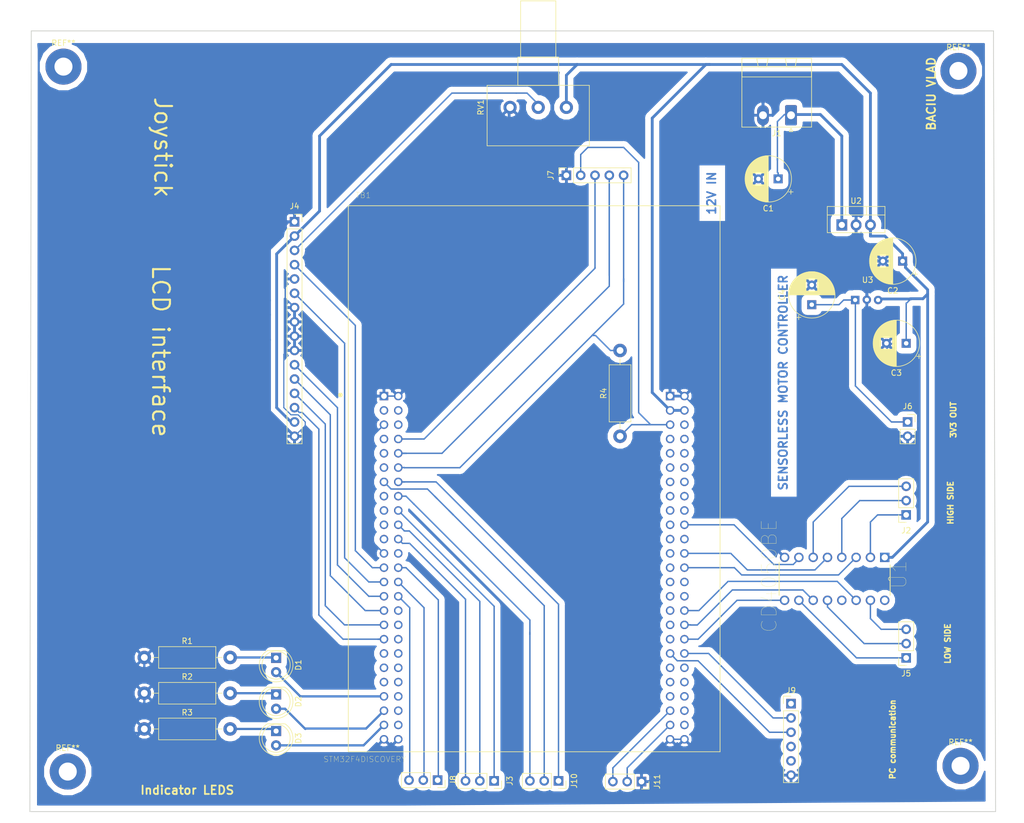
<source format=kicad_pcb>
(kicad_pcb (version 20171130) (host pcbnew "(5.0.2)-1")
  (layers (0 F.Cu signal) (31 B.Cu signal) (34 B.Paste user) (35 F.Paste user) (36 B.SilkS user) (37 F.SilkS user) (38 B.Mask user) (39 F.Mask user) (44 Edge.Cuts user))
  (net 0 "")
  (net 1 "Net-(TB1-PadP1_3)")
  (net 2 "Net-(TB1-PadP1_6)")
  (net 3 "Net-(TB1-PadP1_15)")
  (net 4 "Net-(TB1-PadP1_17)")
  (net 5 "Net-(TB1-PadP1_19)")
  (net 6 "Net-(TB1-PadP1_21)")
  (net 7 "Net-(TB1-PadP1_32)")
  (net 8 /P_BL)
  (net 9 "Net-(TB1-PadP1_36)")
  (net 10 "Net-(TB1-PadP1_37)")
  (net 11 "Net-(TB1-PadP1_38)")
  (net 12 /P_CL)
  (net 13 "Net-(TB1-PadP1_40)")
  (net 14 "Net-(TB1-PadP1_41)")
  (net 15 "Net-(TB1-PadP1_42)")
  (net 16 "Net-(TB1-PadP1_44)")
  (net 17 "Net-(TB1-PadP1_46)")
  (net 18 "Net-(TB1-PadP2_7)")
  (net 19 "Net-(TB1-PadP2_8)")
  (net 20 "Net-(TB1-PadP2_9)")
  (net 21 "Net-(TB1-PadP2_10)")
  (net 22 "Net-(TB1-PadP2_11)")
  (net 23 "Net-(TB1-PadP2_12)")
  (net 24 "Net-(TB1-PadP2_13)")
  (net 25 "Net-(TB1-PadP2_14)")
  (net 26 "Net-(TB1-PadP2_15)")
  (net 27 "Net-(TB1-PadP2_16)")
  (net 28 "Net-(TB1-PadP2_17)")
  (net 29 "Net-(TB1-PadP2_18)")
  (net 30 /P_AL)
  (net 31 "Net-(TB1-PadP2_21)")
  (net 32 "Net-(TB1-PadP2_23)")
  (net 33 "Net-(TB1-PadP2_25)")
  (net 34 "Net-(TB1-PadP2_27)")
  (net 35 "Net-(TB1-PadP2_28)")
  (net 36 "Net-(TB1-PadP2_29)")
  (net 37 "Net-(TB1-PadP2_30)")
  (net 38 "Net-(TB1-PadP2_31)")
  (net 39 "Net-(TB1-PadP2_33)")
  (net 40 "Net-(TB1-PadP2_35)")
  (net 41 "Net-(TB1-PadP2_39)")
  (net 42 "Net-(TB1-PadP2_42)")
  (net 43 /P_CH)
  (net 44 /P_AH)
  (net 45 /P_BH)
  (net 46 "Net-(U1-Pad13)")
  (net 47 "Net-(U1-Pad16)")
  (net 48 "Net-(TB1-PadP1_34)")
  (net 49 "Net-(TB1-PadP1_39)")
  (net 50 "Net-(TB1-PadP2_19)")
  (net 51 /GND)
  (net 52 /5V)
  (net 53 /3V3)
  (net 54 /12V)
  (net 55 /JoystickADC1)
  (net 56 /JoystickADC2)
  (net 57 /JoystickButton)
  (net 58 /LcdRS)
  (net 59 /LcdEN)
  (net 60 /LcdD4)
  (net 61 /LcdD5)
  (net 62 /LcdD6)
  (net 63 /LcdD7)
  (net 64 "Net-(TB1-PadP2_40)")
  (net 65 "Net-(TB1-PadP2_41)")
  (net 66 "Net-(TB1-PadP2_43)")
  (net 67 "Net-(D1-Pad2)")
  (net 68 "Net-(D2-Pad2)")
  (net 69 "Net-(D3-Pad2)")
  (net 70 "Net-(D1-Pad1)")
  (net 71 "Net-(D3-Pad1)")
  (net 72 "Net-(D2-Pad1)")
  (net 73 /V0)
  (net 74 /CURRENT_SENSOR)
  (net 75 /ADC_BATTERY)
  (net 76 /READ_BATTERY)
  (net 77 /P_CL_OUT)
  (net 78 /P_BL_OUT)
  (net 79 /P_AL_OUT)
  (net 80 /P_AH_OUT)
  (net 81 /P_BH_OUT)
  (net 82 /P_CH_OUT)
  (net 83 "Net-(TB1-PadP1_7)")
  (net 84 "Net-(TB1-PadP1_9)")
  (net 85 "Net-(TB1-PadP1_11)")
  (net 86 /EXT_1)
  (net 87 /EXT_2)
  (net 88 /EXT_4)
  (net 89 /EXT_5)
  (net 90 /EXT_6)
  (net 91 /EXT_7)
  (net 92 "Net-(J9-Pad5)")
  (net 93 "Net-(J9-Pad1)")
  (net 94 "Net-(J9-Pad4)")
  (net 95 /UART2_RX)
  (net 96 /UART1_TX)
  (net 97 /3V)
  (net 98 /EXT_0)
  (net 99 "Net-(TB1-PadP2_44)")
  (net 100 "Net-(TB1-PadP2_46)")
  (net 101 "Net-(TB1-PadP2_48)")
  (net 102 /EXT_3)
  (net 103 "Net-(TB1-PadP1_24)")
  (module Connector_PinSocket_2.54mm:PinSocket_1x03_P2.54mm_Vertical (layer F.Cu) (at 125.984 160.401 270)
    (fp_text reference J11 (at 0 -2.77 270) (layer F.SilkS))
    (fp_text value "Output pins")
    (pad 1 thru_hole rect (at 0 0 270) (size 1.7 1.7) (drill 1) (layers *.Cu *.Mask) (net 51 /GND))
    (pad 2 thru_hole oval (at 0 2.54 270) (size 1.7 1.7) (drill 1) (layers *.Cu *.Mask) (net 88 /EXT_4))
    (pad 3 thru_hole oval (at 0 5.08 270) (size 1.7 1.7) (drill 1) (layers *.Cu *.Mask) (net 102 /EXT_3))
  )
  (module Connector_PinSocket_2.54mm:PinSocket_1x02_P2.54mm_Vertical (layer F.Cu) (at 173.228 96.52)
    (fp_text reference J6 (at 0 -2.77) (layer F.SilkS))
    (fp_text value 3v3_out)
    (pad 1 thru_hole rect (at 0 0) (size 1.7 1.7) (drill 1) (layers *.Cu *.Mask) (net 53 /3V3))
    (pad 2 thru_hole oval (at 0 2.54) (size 1.7 1.7) (drill 1) (layers *.Cu *.Mask) (net 51 /GND))
  )
  (module Connector_PinSocket_2.54mm:PinSocket_1x03_P2.54mm_Vertical (layer F.Cu) (at 89.789 160.147 270)
    (fp_text reference J8 (at 0 -2.77 270) (layer F.SilkS))
    (fp_text value "Output pins")
    (pad 1 thru_hole rect (at 0 0 270) (size 1.7 1.7) (drill 1) (layers *.Cu *.Mask) (net 89 /EXT_5))
    (pad 2 thru_hole oval (at 0 2.54 270) (size 1.7 1.7) (drill 1) (layers *.Cu *.Mask) (net 90 /EXT_6))
    (pad 3 thru_hole oval (at 0 5.08 270) (size 1.7 1.7) (drill 1) (layers *.Cu *.Mask) (net 91 /EXT_7))
  )
  (module Package_TO_SOT_THT:TO-92_Inline (layer F.Cu) (at 164.864 74.855)
    (fp_text reference U3 (at 1.27 -3.56) (layer F.SilkS))
    (fp_text value LP2950-3.3_TO92)
    (pad 2 thru_hole oval (at 1.125 -0.05) (size 1.5 1.5) (drill 0.75) (layers *.Cu *.Mask) (net 51 /GND))
    (pad 3 thru_hole oval (at 3.125 0) (size 1.5 1.5) (drill 0.75) (layers *.Cu *.Mask) (net 52 /5V))
    (pad 1 thru_hole rect (at -0.95 0) (size 1.5 1.5) (drill 0.75) (layers *.Cu *.Mask) (net 53 /3V3))
  )
  (module Capacitor_THT:CP_Radial_D8.0mm_P3.50mm (layer F.Cu) (at 172.339 67.945 180)
    (fp_text reference C2 (at 1.75 -5.25 180) (layer F.SilkS))
    (fp_text value C)
    (pad 2 thru_hole circle (at 3.5 0 180) (size 1.6 1.6) (drill 0.8) (layers *.Cu *.Mask) (net 51 /GND))
    (pad 1 thru_hole rect (at 0 0 180) (size 1.6 1.6) (drill 0.8) (layers *.Cu *.Mask) (net 52 /5V))
  )
  (module Capacitor_THT:CP_Radial_D8.0mm_P3.50mm (layer F.Cu) (at 172.974 82.55 180)
    (fp_text reference C3 (at 1.75 -5.25 180) (layer F.SilkS))
    (fp_text value C3)
    (pad 1 thru_hole rect (at 0 0 180) (size 1.6 1.6) (drill 0.8) (layers *.Cu *.Mask) (net 52 /5V))
    (pad 2 thru_hole circle (at 3.5 0 180) (size 1.6 1.6) (drill 0.8) (layers *.Cu *.Mask) (net 51 /GND))
  )
  (module Capacitor_THT:CP_Radial_D8.0mm_P3.50mm (layer F.Cu) (at 156.21 75.692 90)
    (fp_text reference C4 (at 1.75 -5.25 90) (layer F.SilkS))
    (fp_text value C4)
    (pad 2 thru_hole circle (at 3.5 0 90) (size 1.6 1.6) (drill 0.8) (layers *.Cu *.Mask) (net 51 /GND))
    (pad 1 thru_hole rect (at 0 0 90) (size 1.6 1.6) (drill 0.8) (layers *.Cu *.Mask) (net 53 /3V3))
  )
  (module Capacitor_THT:CP_Radial_D8.0mm_P3.50mm (layer F.Cu) (at 150.241 53.34 180)
    (fp_text reference C1 (at 1.75 -5.25 180) (layer F.SilkS))
    (fp_text value CP)
    (pad 1 thru_hole rect (at 0 0 180) (size 1.6 1.6) (drill 0.8) (layers *.Cu *.Mask) (net 54 /12V))
    (pad 2 thru_hole circle (at 3.5 0 180) (size 1.6 1.6) (drill 0.8) (layers *.Cu *.Mask) (net 51 /GND))
  )
  (module Connector_Phoenix_MSTB:PhoenixContact_MSTBA_2,5_2-G-5,08_1x02_P5.08mm_Horizontal (layer F.Cu) (at 152.527 42.037 180)
    (fp_text reference J1 (at 2.54 -3.2 180) (layer F.SilkS))
    (fp_text value "Power connector")
    (pad 1 thru_hole roundrect (at 0 0 180) (size 2.08 3.6) (drill 1.4) (layers *.Cu *.Mask) (roundrect_rratio 0.120192) (net 54 /12V))
    (pad 2 thru_hole oval (at 4.975 0 180) (size 2.08 3.6) (drill 1.4) (layers *.Cu *.Mask) (net 51 /GND))
  )
  (module Connector_PinSocket_2.54mm:PinSocket_1x03_P2.54mm_Vertical (layer F.Cu) (at 111.252 160.274 270)
    (fp_text reference J10 (at 0 -2.77 270) (layer F.SilkS))
    (fp_text value "Low side connector")
    (pad 1 thru_hole rect (at 0 0 270) (size 1.7 1.7) (drill 1) (layers *.Cu *.Mask) (net 98 /EXT_0))
    (pad 2 thru_hole oval (at 0 2.54 270) (size 1.7 1.7) (drill 1) (layers *.Cu *.Mask) (net 86 /EXT_1))
    (pad 3 thru_hole oval (at 0 5.08 270) (size 1.7 1.7) (drill 1) (layers *.Cu *.Mask) (net 87 /EXT_2))
  )
  (module Resistor_THT:R_Axial_DIN0411_L9.9mm_D3.6mm_P15.24mm_Horizontal (layer F.Cu) (at 122.174 99.06 90)
    (fp_text reference R4 (at 7.62 -2.92 90) (layer F.SilkS))
    (fp_text value R)
    (pad 1 thru_hole circle (at 0 0 90) (size 2.4 2.4) (drill 1.2) (layers *.Cu *.Mask) (net 97 /3V))
    (pad 2 thru_hole oval (at 15.24 0 90) (size 2.4 2.4) (drill 1.2) (layers *.Cu *.Mask) (net 57 /JoystickButton))
  )
  (module MODULE_STM32F4DISCOVERY (layer F.Cu) (at 106.934 106.605)
    (fp_text reference TB1 (at -30.3402 -50.3578) (layer F.SilkS) (effects (font (size 1.00065 1.00065) (thickness 0.05))))
    (fp_text value STM32F4DISCOVERY (at -30.0852 49.8305) (layer F.SilkS) (effects (font (size 1.00102 1.00102) (thickness 0.05))))
    (pad P2_50 thru_hole circle (at 26.67 46.28) (size 1.508 1.508) (drill 1) (layers *.Cu *.Mask) (net 51 /GND))
    (pad P2_49 thru_hole circle (at 24.13 46.28) (size 1.508 1.508) (drill 1) (layers *.Cu *.Mask) (net 51 /GND))
    (pad P2_48 thru_hole circle (at 26.67 43.74) (size 1.508 1.508) (drill 1) (layers *.Cu *.Mask) (net 101 "Net-(TB1-PadP2_48)"))
    (pad P2_47 thru_hole circle (at 24.13 43.74) (size 1.508 1.508) (drill 1) (layers *.Cu *.Mask) (net 88 /EXT_4))
    (pad P2_46 thru_hole circle (at 26.67 41.2) (size 1.508 1.508) (drill 1) (layers *.Cu *.Mask) (net 100 "Net-(TB1-PadP2_46)"))
    (pad P2_45 thru_hole circle (at 24.13 41.2) (size 1.508 1.508) (drill 1) (layers *.Cu *.Mask) (net 102 /EXT_3))
    (pad P2_44 thru_hole circle (at 26.67 38.66) (size 1.508 1.508) (drill 1) (layers *.Cu *.Mask) (net 99 "Net-(TB1-PadP2_44)"))
    (pad P2_43 thru_hole circle (at 24.13 38.66) (size 1.508 1.508) (drill 1) (layers *.Cu *.Mask) (net 66 "Net-(TB1-PadP2_43)"))
    (pad P2_42 thru_hole circle (at 26.67 36.12) (size 1.508 1.508) (drill 1) (layers *.Cu *.Mask) (net 42 "Net-(TB1-PadP2_42)"))
    (pad P2_41 thru_hole circle (at 24.13 36.12) (size 1.508 1.508) (drill 1) (layers *.Cu *.Mask) (net 65 "Net-(TB1-PadP2_41)"))
    (pad P2_40 thru_hole circle (at 26.67 33.58) (size 1.508 1.508) (drill 1) (layers *.Cu *.Mask) (net 64 "Net-(TB1-PadP2_40)"))
    (pad P2_39 thru_hole circle (at 24.13 33.58) (size 1.508 1.508) (drill 1) (layers *.Cu *.Mask) (net 41 "Net-(TB1-PadP2_39)"))
    (pad P2_38 thru_hole circle (at 26.67 31.04) (size 1.508 1.508) (drill 1) (layers *.Cu *.Mask) (net 95 /UART2_RX))
    (pad P2_37 thru_hole circle (at 24.13 31.04) (size 1.508 1.508) (drill 1) (layers *.Cu *.Mask) (net 96 /UART1_TX))
    (pad P2_36 thru_hole circle (at 26.67 28.5) (size 1.508 1.508) (drill 1) (layers *.Cu *.Mask) (net 30 /P_AL))
    (pad P2_35 thru_hole circle (at 24.13 28.5) (size 1.508 1.508) (drill 1) (layers *.Cu *.Mask) (net 40 "Net-(TB1-PadP2_35)"))
    (pad P2_34 thru_hole circle (at 26.67 25.96) (size 1.508 1.508) (drill 1) (layers *.Cu *.Mask) (net 8 /P_BL))
    (pad P2_33 thru_hole circle (at 24.13 25.96) (size 1.508 1.508) (drill 1) (layers *.Cu *.Mask) (net 39 "Net-(TB1-PadP2_33)"))
    (pad P2_32 thru_hole circle (at 26.67 23.42) (size 1.508 1.508) (drill 1) (layers *.Cu *.Mask) (net 12 /P_CL))
    (pad P2_31 thru_hole circle (at 24.13 23.42) (size 1.508 1.508) (drill 1) (layers *.Cu *.Mask) (net 38 "Net-(TB1-PadP2_31)"))
    (pad P2_30 thru_hole circle (at 26.67 20.88) (size 1.508 1.508) (drill 1) (layers *.Cu *.Mask) (net 37 "Net-(TB1-PadP2_30)"))
    (pad P2_29 thru_hole circle (at 24.13 20.88) (size 1.508 1.508) (drill 1) (layers *.Cu *.Mask) (net 36 "Net-(TB1-PadP2_29)"))
    (pad P2_28 thru_hole circle (at 26.67 18.34) (size 1.508 1.508) (drill 1) (layers *.Cu *.Mask) (net 35 "Net-(TB1-PadP2_28)"))
    (pad P2_27 thru_hole circle (at 24.13 18.34) (size 1.508 1.508) (drill 1) (layers *.Cu *.Mask) (net 34 "Net-(TB1-PadP2_27)"))
    (pad P2_26 thru_hole circle (at 26.67 15.8) (size 1.508 1.508) (drill 1) (layers *.Cu *.Mask) (net 44 /P_AH))
    (pad P2_25 thru_hole circle (at 24.13 15.8) (size 1.508 1.508) (drill 1) (layers *.Cu *.Mask) (net 33 "Net-(TB1-PadP2_25)"))
    (pad P2_24 thru_hole circle (at 26.67 13.26) (size 1.508 1.508) (drill 1) (layers *.Cu *.Mask) (net 45 /P_BH))
    (pad P2_23 thru_hole circle (at 24.13 13.26) (size 1.508 1.508) (drill 1) (layers *.Cu *.Mask) (net 32 "Net-(TB1-PadP2_23)"))
    (pad P2_22 thru_hole circle (at 26.67 10.72) (size 1.508 1.508) (drill 1) (layers *.Cu *.Mask) (net 1 "Net-(TB1-PadP1_3)"))
    (pad P2_21 thru_hole circle (at 24.13 10.72) (size 1.508 1.508) (drill 1) (layers *.Cu *.Mask) (net 31 "Net-(TB1-PadP2_21)"))
    (pad P2_20 thru_hole circle (at 26.67 8.18) (size 1.508 1.508) (drill 1) (layers *.Cu *.Mask) (net 43 /P_CH))
    (pad P2_19 thru_hole circle (at 24.13 8.18) (size 1.508 1.508) (drill 1) (layers *.Cu *.Mask) (net 50 "Net-(TB1-PadP2_19)"))
    (pad P2_18 thru_hole circle (at 26.67 5.64) (size 1.508 1.508) (drill 1) (layers *.Cu *.Mask) (net 29 "Net-(TB1-PadP2_18)"))
    (pad P2_17 thru_hole circle (at 24.13 5.64) (size 1.508 1.508) (drill 1) (layers *.Cu *.Mask) (net 28 "Net-(TB1-PadP2_17)"))
    (pad P2_16 thru_hole circle (at 26.67 3.1) (size 1.508 1.508) (drill 1) (layers *.Cu *.Mask) (net 27 "Net-(TB1-PadP2_16)"))
    (pad P2_15 thru_hole circle (at 24.13 3.1) (size 1.508 1.508) (drill 1) (layers *.Cu *.Mask) (net 26 "Net-(TB1-PadP2_15)"))
    (pad P2_14 thru_hole circle (at 26.67 0.56) (size 1.508 1.508) (drill 1) (layers *.Cu *.Mask) (net 25 "Net-(TB1-PadP2_14)"))
    (pad P2_13 thru_hole circle (at 24.13 0.56) (size 1.508 1.508) (drill 1) (layers *.Cu *.Mask) (net 24 "Net-(TB1-PadP2_13)"))
    (pad P2_12 thru_hole circle (at 26.67 -1.98) (size 1.508 1.508) (drill 1) (layers *.Cu *.Mask) (net 23 "Net-(TB1-PadP2_12)"))
    (pad P2_11 thru_hole circle (at 24.13 -1.98) (size 1.508 1.508) (drill 1) (layers *.Cu *.Mask) (net 22 "Net-(TB1-PadP2_11)"))
    (pad P2_10 thru_hole circle (at 26.67 -4.52) (size 1.508 1.508) (drill 1) (layers *.Cu *.Mask) (net 21 "Net-(TB1-PadP2_10)"))
    (pad P2_9 thru_hole circle (at 24.13 -4.52) (size 1.508 1.508) (drill 1) (layers *.Cu *.Mask) (net 20 "Net-(TB1-PadP2_9)"))
    (pad P2_8 thru_hole circle (at 26.67 -7.06) (size 1.508 1.508) (drill 1) (layers *.Cu *.Mask) (net 19 "Net-(TB1-PadP2_8)"))
    (pad P2_7 thru_hole circle (at 24.13 -7.06) (size 1.508 1.508) (drill 1) (layers *.Cu *.Mask) (net 18 "Net-(TB1-PadP2_7)"))
    (pad P2_6 thru_hole circle (at 26.67 -9.6) (size 1.508 1.508) (drill 1) (layers *.Cu *.Mask) (net 97 /3V))
    (pad P2_5 thru_hole circle (at 24.13 -9.6) (size 1.508 1.508) (drill 1) (layers *.Cu *.Mask) (net 97 /3V))
    (pad P2_4 thru_hole circle (at 26.67 -12.14) (size 1.508 1.508) (drill 1) (layers *.Cu *.Mask) (net 52 /5V))
    (pad P2_3 thru_hole circle (at 24.13 -12.14) (size 1.508 1.508) (drill 1) (layers *.Cu *.Mask) (net 52 /5V))
    (pad P2_2 thru_hole circle (at 26.67 -14.68) (size 1.508 1.508) (drill 1) (layers *.Cu *.Mask) (net 51 /GND))
    (pad P2_1 thru_hole rect (at 24.13 -14.68) (size 1.508 1.508) (drill 1) (layers *.Cu *.Mask) (net 51 /GND))
    (pad P1_50 thru_hole circle (at -24.13 46.28) (size 1.508 1.508) (drill 1) (layers *.Cu *.Mask) (net 51 /GND))
    (pad P1_49 thru_hole circle (at -26.67 46.28) (size 1.508 1.508) (drill 1) (layers *.Cu *.Mask) (net 51 /GND))
    (pad P1_48 thru_hole circle (at -24.13 43.74) (size 1.508 1.508) (drill 1) (layers *.Cu *.Mask))
    (pad P1_47 thru_hole circle (at -26.67 43.74) (size 1.508 1.508) (drill 1) (layers *.Cu *.Mask) (net 69 "Net-(D3-Pad2)"))
    (pad P1_46 thru_hole circle (at -24.13 41.2) (size 1.508 1.508) (drill 1) (layers *.Cu *.Mask) (net 17 "Net-(TB1-PadP1_46)"))
    (pad P1_45 thru_hole circle (at -26.67 41.2) (size 1.508 1.508) (drill 1) (layers *.Cu *.Mask) (net 68 "Net-(D2-Pad2)"))
    (pad P1_44 thru_hole circle (at -24.13 38.66) (size 1.508 1.508) (drill 1) (layers *.Cu *.Mask) (net 16 "Net-(TB1-PadP1_44)"))
    (pad P1_43 thru_hole circle (at -26.67 38.66) (size 1.508 1.508) (drill 1) (layers *.Cu *.Mask) (net 67 "Net-(D1-Pad2)"))
    (pad P1_42 thru_hole circle (at -24.13 36.12) (size 1.508 1.508) (drill 1) (layers *.Cu *.Mask) (net 15 "Net-(TB1-PadP1_42)"))
    (pad P1_41 thru_hole circle (at -26.67 36.12) (size 1.508 1.508) (drill 1) (layers *.Cu *.Mask) (net 14 "Net-(TB1-PadP1_41)"))
    (pad P1_40 thru_hole circle (at -24.13 33.58) (size 1.508 1.508) (drill 1) (layers *.Cu *.Mask) (net 13 "Net-(TB1-PadP1_40)"))
    (pad P1_39 thru_hole circle (at -26.67 33.58) (size 1.508 1.508) (drill 1) (layers *.Cu *.Mask) (net 49 "Net-(TB1-PadP1_39)"))
    (pad P1_38 thru_hole circle (at -24.13 31.04) (size 1.508 1.508) (drill 1) (layers *.Cu *.Mask) (net 11 "Net-(TB1-PadP1_38)"))
    (pad P1_37 thru_hole circle (at -26.67 31.04) (size 1.508 1.508) (drill 1) (layers *.Cu *.Mask) (net 10 "Net-(TB1-PadP1_37)"))
    (pad P1_36 thru_hole circle (at -24.13 28.5) (size 1.508 1.508) (drill 1) (layers *.Cu *.Mask) (net 9 "Net-(TB1-PadP1_36)"))
    (pad P1_35 thru_hole circle (at -26.67 28.5) (size 1.508 1.508) (drill 1) (layers *.Cu *.Mask) (net 63 /LcdD7))
    (pad P1_34 thru_hole circle (at -24.13 25.96) (size 1.508 1.508) (drill 1) (layers *.Cu *.Mask) (net 48 "Net-(TB1-PadP1_34)"))
    (pad P1_33 thru_hole circle (at -26.67 25.96) (size 1.508 1.508) (drill 1) (layers *.Cu *.Mask) (net 62 /LcdD6))
    (pad P1_32 thru_hole circle (at -24.13 23.42) (size 1.508 1.508) (drill 1) (layers *.Cu *.Mask) (net 7 "Net-(TB1-PadP1_32)"))
    (pad P1_31 thru_hole circle (at -26.67 23.42) (size 1.508 1.508) (drill 1) (layers *.Cu *.Mask) (net 61 /LcdD5))
    (pad P1_30 thru_hole circle (at -24.13 20.88) (size 1.508 1.508) (drill 1) (layers *.Cu *.Mask) (net 91 /EXT_7))
    (pad P1_29 thru_hole circle (at -26.67 20.88) (size 1.508 1.508) (drill 1) (layers *.Cu *.Mask) (net 60 /LcdD4))
    (pad P1_28 thru_hole circle (at -24.13 18.34) (size 1.508 1.508) (drill 1) (layers *.Cu *.Mask) (net 90 /EXT_6))
    (pad P1_27 thru_hole circle (at -26.67 18.34) (size 1.508 1.508) (drill 1) (layers *.Cu *.Mask) (net 59 /LcdEN))
    (pad P1_26 thru_hole circle (at -24.13 15.8) (size 1.508 1.508) (drill 1) (layers *.Cu *.Mask) (net 89 /EXT_5))
    (pad P1_25 thru_hole circle (at -26.67 15.8) (size 1.508 1.508) (drill 1) (layers *.Cu *.Mask) (net 58 /LcdRS))
    (pad P1_24 thru_hole circle (at -24.13 13.26) (size 1.508 1.508) (drill 1) (layers *.Cu *.Mask) (net 103 "Net-(TB1-PadP1_24)"))
    (pad P1_23 thru_hole circle (at -26.67 13.26) (size 1.508 1.508) (drill 1) (layers *.Cu *.Mask) (net 51 /GND))
    (pad P1_22 thru_hole circle (at -24.13 10.72) (size 1.508 1.508) (drill 1) (layers *.Cu *.Mask) (net 76 /READ_BATTERY))
    (pad P1_21 thru_hole circle (at -26.67 10.72) (size 1.508 1.508) (drill 1) (layers *.Cu *.Mask) (net 6 "Net-(TB1-PadP1_21)"))
    (pad P1_20 thru_hole circle (at -24.13 8.18) (size 1.508 1.508) (drill 1) (layers *.Cu *.Mask) (net 75 /ADC_BATTERY))
    (pad P1_19 thru_hole circle (at -26.67 8.18) (size 1.508 1.508) (drill 1) (layers *.Cu *.Mask) (net 5 "Net-(TB1-PadP1_19)"))
    (pad P1_18 thru_hole circle (at -24.13 5.64) (size 1.508 1.508) (drill 1) (layers *.Cu *.Mask) (net 74 /CURRENT_SENSOR))
    (pad P1_17 thru_hole circle (at -26.67 5.64) (size 1.508 1.508) (drill 1) (layers *.Cu *.Mask) (net 4 "Net-(TB1-PadP1_17)"))
    (pad P1_16 thru_hole circle (at -24.13 3.1) (size 1.508 1.508) (drill 1) (layers *.Cu *.Mask) (net 87 /EXT_2))
    (pad P1_15 thru_hole circle (at -26.67 3.1) (size 1.508 1.508) (drill 1) (layers *.Cu *.Mask) (net 3 "Net-(TB1-PadP1_15)"))
    (pad P1_14 thru_hole circle (at -24.13 0.56) (size 1.508 1.508) (drill 1) (layers *.Cu *.Mask) (net 98 /EXT_0))
    (pad P1_13 thru_hole circle (at -26.67 0.56) (size 1.508 1.508) (drill 1) (layers *.Cu *.Mask) (net 86 /EXT_1))
    (pad P1_12 thru_hole circle (at -24.13 -1.98) (size 1.508 1.508) (drill 1) (layers *.Cu *.Mask) (net 57 /JoystickButton))
    (pad P1_11 thru_hole circle (at -26.67 -1.98) (size 1.508 1.508) (drill 1) (layers *.Cu *.Mask) (net 85 "Net-(TB1-PadP1_11)"))
    (pad P1_10 thru_hole circle (at -24.13 -4.52) (size 1.508 1.508) (drill 1) (layers *.Cu *.Mask) (net 56 /JoystickADC2))
    (pad P1_9 thru_hole circle (at -26.67 -4.52) (size 1.508 1.508) (drill 1) (layers *.Cu *.Mask) (net 84 "Net-(TB1-PadP1_9)"))
    (pad P1_8 thru_hole circle (at -24.13 -7.06) (size 1.508 1.508) (drill 1) (layers *.Cu *.Mask) (net 55 /JoystickADC1))
    (pad P1_7 thru_hole circle (at -26.67 -7.06) (size 1.508 1.508) (drill 1) (layers *.Cu *.Mask) (net 83 "Net-(TB1-PadP1_7)"))
    (pad P1_6 thru_hole circle (at -24.13 -9.6) (size 1.508 1.508) (drill 1) (layers *.Cu *.Mask) (net 2 "Net-(TB1-PadP1_6)"))
    (pad P1_5 thru_hole circle (at -26.67 -9.6) (size 1.508 1.508) (drill 1) (layers *.Cu *.Mask) (net 51 /GND))
    (pad P1_4 thru_hole circle (at -24.13 -12.14) (size 1.508 1.508) (drill 1) (layers *.Cu *.Mask) (net 1 "Net-(TB1-PadP1_3)"))
    (pad P1_3 thru_hole circle (at -26.67 -12.14) (size 1.508 1.508) (drill 1) (layers *.Cu *.Mask) (net 1 "Net-(TB1-PadP1_3)"))
    (pad P1_2 thru_hole circle (at -24.13 -14.68) (size 1.508 1.508) (drill 1) (layers *.Cu *.Mask) (net 51 /GND))
    (pad P1_1 thru_hole rect (at -26.67 -14.68) (size 1.508 1.508) (drill 1) (layers *.Cu *.Mask) (net 51 /GND))
  )
  (module Connector_PinHeader_2.54mm:PinHeader_1x06_P2.54mm_Vertical (layer F.Cu) (at 152.527 146.558)
    (fp_text reference J9 (at 0 -2.33) (layer F.SilkS))
    (fp_text value "UART module")
    (pad 1 thru_hole rect (at 0 0) (size 1.7 1.7) (drill 1) (layers *.Cu *.Mask) (net 93 "Net-(J9-Pad1)"))
    (pad 2 thru_hole oval (at 0 2.54) (size 1.7 1.7) (drill 1) (layers *.Cu *.Mask) (net 95 /UART2_RX))
    (pad 3 thru_hole oval (at 0 5.08) (size 1.7 1.7) (drill 1) (layers *.Cu *.Mask) (net 96 /UART1_TX))
    (pad 4 thru_hole oval (at 0 7.62) (size 1.7 1.7) (drill 1) (layers *.Cu *.Mask) (net 94 "Net-(J9-Pad4)"))
    (pad 5 thru_hole oval (at 0 10.16) (size 1.7 1.7) (drill 1) (layers *.Cu *.Mask) (net 92 "Net-(J9-Pad5)"))
    (pad 6 thru_hole oval (at 0 12.7) (size 1.7 1.7) (drill 1) (layers *.Cu *.Mask) (net 51 /GND))
  )
  (module Potentiometer_THT:Potentiometer_Alps_RK163_Single_Horizontal (layer F.Cu) (at 112.649 40.64 90)
    (fp_text reference RV1 (at 0 -15.2 90) (layer F.SilkS))
    (fp_text value R_POT)
    (pad 3 thru_hole circle (at 0 -10 90) (size 2.34 2.34) (drill 1.3) (layers *.Cu *.Mask) (net 51 /GND))
    (pad 2 thru_hole circle (at 0 -5 90) (size 2.34 2.34) (drill 1.3) (layers *.Cu *.Mask) (net 73 /V0))
    (pad 1 thru_hole circle (at 0 0 90) (size 2.34 2.34) (drill 1.3) (layers *.Cu *.Mask) (net 52 /5V))
  )
  (module Connector_PinSocket_2.54mm:PinSocket_1x05_P2.54mm_Vertical (layer F.Cu) (at 112.649 52.705 90)
    (fp_text reference J7 (at 0 -2.77 90) (layer F.SilkS))
    (fp_text value "Joystick connector")
    (pad 1 thru_hole rect (at 0 0 90) (size 1.7 1.7) (drill 1) (layers *.Cu *.Mask) (net 51 /GND))
    (pad 2 thru_hole oval (at 0 2.54 90) (size 1.7 1.7) (drill 1) (layers *.Cu *.Mask) (net 97 /3V))
    (pad 3 thru_hole oval (at 0 5.08 90) (size 1.7 1.7) (drill 1) (layers *.Cu *.Mask) (net 55 /JoystickADC1))
    (pad 4 thru_hole oval (at 0 7.62 90) (size 1.7 1.7) (drill 1) (layers *.Cu *.Mask) (net 56 /JoystickADC2))
    (pad 5 thru_hole oval (at 0 10.16 90) (size 1.7 1.7) (drill 1) (layers *.Cu *.Mask) (net 57 /JoystickButton))
  )
  (module Connector_PinSocket_2.54mm:PinSocket_1x16_P2.54mm_Vertical (layer F.Cu) (at 64.389 60.96)
    (fp_text reference J4 (at 0 -2.77) (layer F.SilkS))
    (fp_text value "LCD interface")
    (pad 1 thru_hole rect (at 0 0) (size 1.7 1.7) (drill 1) (layers *.Cu *.Mask) (net 51 /GND))
    (pad 2 thru_hole oval (at 0 2.54) (size 1.7 1.7) (drill 1) (layers *.Cu *.Mask) (net 52 /5V))
    (pad 3 thru_hole oval (at 0 5.08) (size 1.7 1.7) (drill 1) (layers *.Cu *.Mask) (net 73 /V0))
    (pad 4 thru_hole oval (at 0 7.62) (size 1.7 1.7) (drill 1) (layers *.Cu *.Mask) (net 58 /LcdRS))
    (pad 5 thru_hole oval (at 0 10.16) (size 1.7 1.7) (drill 1) (layers *.Cu *.Mask) (net 51 /GND))
    (pad 6 thru_hole oval (at 0 12.7) (size 1.7 1.7) (drill 1) (layers *.Cu *.Mask) (net 59 /LcdEN))
    (pad 7 thru_hole oval (at 0 15.24) (size 1.7 1.7) (drill 1) (layers *.Cu *.Mask) (net 51 /GND))
    (pad 8 thru_hole oval (at 0 17.78) (size 1.7 1.7) (drill 1) (layers *.Cu *.Mask) (net 51 /GND))
    (pad 9 thru_hole oval (at 0 20.32) (size 1.7 1.7) (drill 1) (layers *.Cu *.Mask) (net 51 /GND))
    (pad 10 thru_hole oval (at 0 22.86) (size 1.7 1.7) (drill 1) (layers *.Cu *.Mask) (net 51 /GND))
    (pad 11 thru_hole oval (at 0 25.4) (size 1.7 1.7) (drill 1) (layers *.Cu *.Mask) (net 60 /LcdD4))
    (pad 12 thru_hole oval (at 0 27.94) (size 1.7 1.7) (drill 1) (layers *.Cu *.Mask) (net 61 /LcdD5))
    (pad 13 thru_hole oval (at 0 30.48) (size 1.7 1.7) (drill 1) (layers *.Cu *.Mask) (net 62 /LcdD6))
    (pad 14 thru_hole oval (at 0 33.02) (size 1.7 1.7) (drill 1) (layers *.Cu *.Mask) (net 63 /LcdD7))
    (pad 15 thru_hole oval (at 0 35.56) (size 1.7 1.7) (drill 1) (layers *.Cu *.Mask) (net 52 /5V))
    (pad 16 thru_hole oval (at 0 38.1) (size 1.7 1.7) (drill 1) (layers *.Cu *.Mask) (net 51 /GND))
  )
  (module Connector_PinSocket_2.54mm:PinSocket_1x03_P2.54mm_Vertical (layer F.Cu) (at 172.974 113.03 180)
    (fp_text reference J2 (at 0 -2.77 180) (layer F.SilkS))
    (fp_text value "High side connector")
    (pad 1 thru_hole rect (at 0 0 180) (size 1.7 1.7) (drill 1) (layers *.Cu *.Mask) (net 80 /P_AH_OUT))
    (pad 2 thru_hole oval (at 0 2.54 180) (size 1.7 1.7) (drill 1) (layers *.Cu *.Mask) (net 81 /P_BH_OUT))
    (pad 3 thru_hole oval (at 0 5.08 180) (size 1.7 1.7) (drill 1) (layers *.Cu *.Mask) (net 82 /P_CH_OUT))
  )
  (module Connector_PinSocket_2.54mm:PinSocket_1x03_P2.54mm_Vertical (layer F.Cu) (at 172.974 138.43 180)
    (fp_text reference J5 (at 0 -2.77 180) (layer F.SilkS))
    (fp_text value "Low side connector")
    (pad 3 thru_hole oval (at 0 5.08 180) (size 1.7 1.7) (drill 1) (layers *.Cu *.Mask) (net 77 /P_CL_OUT))
    (pad 2 thru_hole oval (at 0 2.54 180) (size 1.7 1.7) (drill 1) (layers *.Cu *.Mask) (net 78 /P_BL_OUT))
    (pad 1 thru_hole rect (at 0 0 180) (size 1.7 1.7) (drill 1) (layers *.Cu *.Mask) (net 79 /P_AL_OUT))
  )
  (module Connector_PinSocket_2.54mm:PinSocket_1x03_P2.54mm_Vertical (layer F.Cu) (at 99.822 160.274 270)
    (fp_text reference J3 (at 0 -2.77 270) (layer F.SilkS))
    (fp_text value "Sensors connector")
    (pad 1 thru_hole rect (at 0 0 270) (size 1.7 1.7) (drill 1) (layers *.Cu *.Mask) (net 74 /CURRENT_SENSOR))
    (pad 2 thru_hole oval (at 0 2.54 270) (size 1.7 1.7) (drill 1) (layers *.Cu *.Mask) (net 75 /ADC_BATTERY))
    (pad 3 thru_hole oval (at 0 5.08 270) (size 1.7 1.7) (drill 1) (layers *.Cu *.Mask) (net 76 /READ_BATTERY))
  )
  (module LED_THT:LED_D5.0mm (layer F.Cu) (at 61.113999 151.425001 270)
    (fp_text reference D3 (at 1.27 -3.96 270) (layer F.SilkS))
    (fp_text value LED)
    (pad 1 thru_hole rect (at 0 0 270) (size 1.8 1.8) (drill 0.9) (layers *.Cu *.Mask) (net 71 "Net-(D3-Pad1)"))
    (pad 2 thru_hole circle (at 2.54 0 270) (size 1.8 1.8) (drill 0.9) (layers *.Cu *.Mask) (net 69 "Net-(D3-Pad2)"))
  )
  (module LED_THT:LED_D5.0mm (layer F.Cu) (at 61.113999 144.925001 270)
    (fp_text reference D2 (at 1.27 -3.96 270) (layer F.SilkS))
    (fp_text value LED)
    (pad 2 thru_hole circle (at 2.54 0 270) (size 1.8 1.8) (drill 0.9) (layers *.Cu *.Mask) (net 68 "Net-(D2-Pad2)"))
    (pad 1 thru_hole rect (at 0 0 270) (size 1.8 1.8) (drill 0.9) (layers *.Cu *.Mask) (net 72 "Net-(D2-Pad1)"))
  )
  (module LED_THT:LED_D5.0mm (layer F.Cu) (at 61.113999 138.425001 270)
    (fp_text reference D1 (at 1.27 -3.96 270) (layer F.SilkS))
    (fp_text value LED)
    (pad 1 thru_hole rect (at 0 0 270) (size 1.8 1.8) (drill 0.9) (layers *.Cu *.Mask) (net 70 "Net-(D1-Pad1)"))
    (pad 2 thru_hole circle (at 2.54 0 270) (size 1.8 1.8) (drill 0.9) (layers *.Cu *.Mask) (net 67 "Net-(D1-Pad2)"))
  )
  (module Resistor_THT:R_Axial_DIN0411_L9.9mm_D3.6mm_P15.24mm_Horizontal (layer F.Cu) (at 37.719 144.705)
    (fp_text reference R2 (at 7.62 -2.92) (layer F.SilkS))
    (fp_text value R)
    (pad 1 thru_hole circle (at 0 0) (size 2.4 2.4) (drill 1.2) (layers *.Cu *.Mask) (net 51 /GND))
    (pad 2 thru_hole oval (at 15.24 0) (size 2.4 2.4) (drill 1.2) (layers *.Cu *.Mask) (net 72 "Net-(D2-Pad1)"))
  )
  (module Resistor_THT:R_Axial_DIN0411_L9.9mm_D3.6mm_P15.24mm_Horizontal (layer F.Cu) (at 37.719 151.055)
    (fp_text reference R3 (at 7.62 -2.92) (layer F.SilkS))
    (fp_text value R)
    (pad 2 thru_hole oval (at 15.24 0) (size 2.4 2.4) (drill 1.2) (layers *.Cu *.Mask) (net 71 "Net-(D3-Pad1)"))
    (pad 1 thru_hole circle (at 0 0) (size 2.4 2.4) (drill 1.2) (layers *.Cu *.Mask) (net 51 /GND))
  )
  (module Resistor_THT:R_Axial_DIN0411_L9.9mm_D3.6mm_P15.24mm_Horizontal (layer F.Cu) (at 37.719 138.355)
    (fp_text reference R1 (at 7.62 -2.92) (layer F.SilkS))
    (fp_text value R)
    (pad 1 thru_hole circle (at 0 0) (size 2.4 2.4) (drill 1.2) (layers *.Cu *.Mask) (net 51 /GND))
    (pad 2 thru_hole oval (at 15.24 0) (size 2.4 2.4) (drill 1.2) (layers *.Cu *.Mask) (net 70 "Net-(D1-Pad1)"))
  )
  (module DIP254P762X508-16 (layer F.Cu) (at 151.384 128.195 270)
    (fp_text reference U1 (at -4.57968 -20.3286 270) (layer F.SilkS) (effects (font (size 2.64276 2.64276) (thickness 0.05))))
    (fp_text value CD4050BE (at -4.32662 2.72322 270) (layer F.SilkS) (effects (font (size 2.64328 2.64328) (thickness 0.05))))
    (pad 1 thru_hole rect (at -7.62 -17.78 270) (size 1.6764 1.6764) (drill 1.1176) (layers *.Cu *.Mask) (net 52 /5V))
    (pad 2 thru_hole circle (at -7.62 -15.24 270) (size 1.6764 1.6764) (drill 1.1176) (layers *.Cu *.Mask) (net 80 /P_AH_OUT))
    (pad 3 thru_hole circle (at -7.62 -12.7 270) (size 1.6764 1.6764) (drill 1.1176) (layers *.Cu *.Mask) (net 44 /P_AH))
    (pad 4 thru_hole circle (at -7.62 -10.16 270) (size 1.6764 1.6764) (drill 1.1176) (layers *.Cu *.Mask) (net 81 /P_BH_OUT))
    (pad 5 thru_hole circle (at -7.62 -7.62 270) (size 1.6764 1.6764) (drill 1.1176) (layers *.Cu *.Mask) (net 45 /P_BH))
    (pad 6 thru_hole circle (at -7.62 -5.08 270) (size 1.6764 1.6764) (drill 1.1176) (layers *.Cu *.Mask) (net 82 /P_CH_OUT))
    (pad 7 thru_hole circle (at -7.62 -2.54 270) (size 1.6764 1.6764) (drill 1.1176) (layers *.Cu *.Mask) (net 43 /P_CH))
    (pad 8 thru_hole circle (at -7.62 0 270) (size 1.6764 1.6764) (drill 1.1176) (layers *.Cu *.Mask) (net 51 /GND))
    (pad 9 thru_hole circle (at 0 0 270) (size 1.6764 1.6764) (drill 1.1176) (layers *.Cu *.Mask) (net 30 /P_AL))
    (pad 10 thru_hole circle (at 0 -2.54 270) (size 1.6764 1.6764) (drill 1.1176) (layers *.Cu *.Mask) (net 79 /P_AL_OUT))
    (pad 11 thru_hole circle (at 0 -5.08 270) (size 1.6764 1.6764) (drill 1.1176) (layers *.Cu *.Mask) (net 8 /P_BL))
    (pad 12 thru_hole circle (at 0 -7.62 270) (size 1.6764 1.6764) (drill 1.1176) (layers *.Cu *.Mask) (net 78 /P_BL_OUT))
    (pad 13 thru_hole circle (at 0 -10.16 270) (size 1.6764 1.6764) (drill 1.1176) (layers *.Cu *.Mask) (net 46 "Net-(U1-Pad13)"))
    (pad 14 thru_hole circle (at 0 -12.7 270) (size 1.6764 1.6764) (drill 1.1176) (layers *.Cu *.Mask) (net 12 /P_CL))
    (pad 15 thru_hole circle (at 0 -15.24 270) (size 1.6764 1.6764) (drill 1.1176) (layers *.Cu *.Mask) (net 77 /P_CL_OUT))
    (pad 16 thru_hole circle (at 0 -17.78 270) (size 1.6764 1.6764) (drill 1.1176) (layers *.Cu *.Mask) (net 47 "Net-(U1-Pad16)"))
  )
  (module Package_TO_SOT_THT:TO-220-3_Vertical (layer F.Cu) (at 161.544 61.52)
    (fp_text reference U2 (at 2.54 -4.27) (layer F.SilkS))
    (fp_text value LM7805_TO220)
    (pad 1 thru_hole rect (at 0 0) (size 1.905 2) (drill 1.1) (layers *.Cu *.Mask) (net 54 /12V))
    (pad 2 thru_hole oval (at 2.54 0) (size 1.905 2) (drill 1.1) (layers *.Cu *.Mask) (net 51 /GND))
    (pad 3 thru_hole oval (at 5.08 0) (size 1.905 2) (drill 1.1) (layers *.Cu *.Mask) (net 52 /5V))
  )
  (module MountingHole:MountingHole_3.2mm_M3_Pad (layer F.Cu) (at 23.368 33.401)
    (fp_text reference REF** (at 0 -4.2) (layer F.SilkS))
    (fp_text value MountingHole_3.2mm_M3_Pad)
    (pad 1 thru_hole circle (at 0 0) (size 6.4 6.4) (drill 3.2) (layers *.Cu *.Mask))
  )
  (module MountingHole:MountingHole_3.2mm_M3_Pad (layer F.Cu) (at 24.13 158.623)
    (fp_text reference REF** (at 0 -4.2) (layer F.SilkS))
    (fp_text value MountingHole_3.2mm_M3_Pad)
    (pad 2 thru_hole circle (at 0 0) (size 6.4 6.4) (drill 3.2) (layers *.Cu *.Mask))
  )
  (module MountingHole:MountingHole_3.2mm_M3_Pad (layer F.Cu) (at 182.626 157.607)
    (fp_text reference REF** (at 0 -4.2) (layer F.SilkS))
    (fp_text value MountingHole_3.2mm_M3_Pad)
    (pad 3 thru_hole circle (at 0 0) (size 6.4 6.4) (drill 3.2) (layers *.Cu *.Mask))
  )
  (module MountingHole:MountingHole_3.2mm_M3_Pad (layer F.Cu) (at 182.245 34.163)
    (fp_text reference REF** (at 0 -4.2) (layer F.SilkS))
    (fp_text value MountingHole_3.2mm_M3_Pad)
    (pad 4 thru_hole circle (at 0 0) (size 6.4 6.4) (drill 3.2) (layers *.Cu *.Mask))
  )
  (gr_text "Joystick\n" (at 41.021 47.752 270) (layer F.SilkS) (effects (font (size 3 3) (thickness 0.375))))
  (gr_text "BACIU VLAD" (at 177.419 38.227 90) (layer F.SilkS) (effects (font (size 1.5 1.5) (thickness 0.3))))
  (gr_text "PC communication" (at 170.561 152.908 90) (layer F.SilkS) (effects (font (size 1 1) (thickness 0.25))))
  (gr_text "LOW SIDE" (at 180.34 135.89 90) (layer F.SilkS) (effects (font (size 1 1) (thickness 0.25))))
  (gr_text "12V IN" (at 138.43 55.88 90) (layer B.Cu) (effects (font (size 1.5 1.5) (thickness 0.3))))
  (gr_line (start 17.399 165.735) (end 17.653 27.051) (layer Edge.Cuts) (width 0.15))
  (gr_line (start 188.468 27.051) (end 188.468 27.051) (layer Edge.Cuts) (width 0.15))
  (gr_line (start 188.849 165.735) (end 188.468 27.051) (layer Edge.Cuts) (width 0.15))
  (gr_text "SENSORLESS MOTOR CONTROLLER" (at 151.13 89.535 90) (layer B.Cu) (effects (font (size 1.5 1.5) (thickness 0.3))))
  (gr_text "Indicator LEDS" (at 45.339 161.925) (layer F.SilkS) (effects (font (size 1.5 1.5) (thickness 0.3))))
  (gr_text "HIGH SIDE " (at 180.848 110.49 90) (layer F.SilkS) (effects (font (size 1 1) (thickness 0.25))))
  (gr_text "3V3 OUT" (at 181.356 96.139 90) (layer F.SilkS) (effects (font (size 1 1) (thickness 0.25))))
  (gr_text "LCD interface" (at 40.64 83.947 270) (layer F.SilkS) (effects (font (size 3 3) (thickness 0.375))))
  (gr_line (start 188.468 27.051) (end 17.653 27.051) (layer Edge.Cuts) (width 0.15))
  (gr_line (start 17.399 165.735) (end 188.849 165.735) (layer Edge.Cuts) (width 0.15))
  (segment (start 134.670317 132.565) (end 134.693317 132.588) (width 0.25) (layer B.Cu) (net 8))
  (segment (start 133.604 132.565) (end 134.670317 132.565) (width 0.25) (layer B.Cu) (net 8))
  (segment (start 134.693317 132.588) (end 135.89 132.588) (width 0.25) (layer B.Cu) (net 8))
  (segment (start 135.89 132.588) (end 142.113 126.365) (width 0.25) (layer B.Cu) (net 8))
  (segment (start 154.634 126.365) (end 156.464 128.195) (width 0.25) (layer B.Cu) (net 8))
  (segment (start 142.113 126.365) (end 154.634 126.365) (width 0.25) (layer B.Cu) (net 8))
  (segment (start 160.73 124.841) (end 164.084 128.195) (width 0.25) (layer B.Cu) (net 12))
  (segment (start 141.351 124.841) (end 160.73 124.841) (width 0.25) (layer B.Cu) (net 12))
  (segment (start 133.604 130.025) (end 136.167 130.025) (width 0.25) (layer B.Cu) (net 12))
  (segment (start 136.167 130.025) (end 141.351 124.841) (width 0.25) (layer B.Cu) (net 12))
  (segment (start 142.95 128.195) (end 151.384 128.195) (width 0.25) (layer B.Cu) (net 30))
  (segment (start 133.604 135.105) (end 136.04 135.105) (width 0.25) (layer B.Cu) (net 30))
  (segment (start 136.04 135.105) (end 142.95 128.195) (width 0.25) (layer B.Cu) (net 30))
  (segment (start 142.419 114.785) (end 133.604 114.785) (width 0.25) (layer B.Cu) (net 43))
  (segment (start 149.479 121.845) (end 142.419 114.785) (width 0.25) (layer B.Cu) (net 43))
  (segment (start 154.178 120.575) (end 152.908 121.845) (width 0.25) (layer B.Cu) (net 43))
  (segment (start 152.908 121.845) (end 149.479 121.845) (width 0.25) (layer B.Cu) (net 43))
  (segment (start 133.604 122.405) (end 142.471 122.405) (width 0.25) (layer B.Cu) (net 44))
  (segment (start 142.471 122.405) (end 143.764 123.698) (width 0.25) (layer B.Cu) (net 44))
  (segment (start 160.961 123.698) (end 164.084 120.575) (width 0.25) (layer B.Cu) (net 44))
  (segment (start 143.764 123.698) (end 160.961 123.698) (width 0.25) (layer B.Cu) (net 44))
  (segment (start 133.604 119.865) (end 141.836 119.865) (width 0.25) (layer B.Cu) (net 45))
  (segment (start 141.836 119.865) (end 144.78 122.809) (width 0.25) (layer B.Cu) (net 45))
  (segment (start 156.77 122.809) (end 159.004 120.575) (width 0.25) (layer B.Cu) (net 45))
  (segment (start 144.78 122.809) (end 156.77 122.809) (width 0.25) (layer B.Cu) (net 45))
  (segment (start 79.26 91.925) (end 80.264 91.925) (width 0.25) (layer B.Cu) (net 51))
  (segment (start 164.084 61.52) (end 164.084 61.4725) (width 0.25) (layer B.Cu) (net 51))
  (segment (start 165.989 73.855) (end 165.989 74.855) (width 0.5) (layer B.Cu) (net 51))
  (segment (start 37.789001 151.760001) (end 34.614001 151.760001) (width 0.4) (layer B.Cu) (net 51))
  (segment (start 34.614001 151.760001) (end 34.544 151.69) (width 0.4) (layer B.Cu) (net 51))
  (segment (start 37.291944 146.61) (end 36.021944 147.88) (width 0.4) (layer B.Cu) (net 51))
  (segment (start 36.021944 147.88) (end 34.544 147.88) (width 0.4) (layer B.Cu) (net 51))
  (segment (start 64.389 77.537919) (end 64.389 76.2) (width 0.25) (layer B.Cu) (net 51))
  (segment (start 64.389 78.74) (end 64.389 77.537919) (width 0.25) (layer B.Cu) (net 51))
  (segment (start 64.389 99.06) (end 59.944 94.615) (width 0.5) (layer B.Cu) (net 51))
  (segment (start 63.289 60.96) (end 64.389 60.96) (width 0.5) (layer B.Cu) (net 51))
  (segment (start 59.944 64.305) (end 63.289 60.96) (width 0.5) (layer B.Cu) (net 51))
  (segment (start 59.944 74.93) (end 59.944 64.305) (width 0.5) (layer B.Cu) (net 51))
  (segment (start 59.944 77.47) (end 59.944 74.93) (width 0.5) (layer B.Cu) (net 51))
  (segment (start 59.944 94.615) (end 59.944 81.915) (width 0.5) (layer B.Cu) (net 51))
  (segment (start 59.944 81.915) (end 59.944 77.47) (width 0.5) (layer B.Cu) (net 51))
  (segment (start 63.539001 75.350001) (end 64.389 76.2) (width 0.25) (layer B.Cu) (net 51))
  (segment (start 63.213999 75.024999) (end 63.539001 75.350001) (width 0.25) (layer B.Cu) (net 51))
  (segment (start 164.084 64.135) (end 164.084 61.52) (width 0.5) (layer B.Cu) (net 51))
  (segment (start 165.989 66.04) (end 164.084 64.135) (width 0.5) (layer B.Cu) (net 51))
  (segment (start 38.918999 137.155001) (end 47.248999 137.155001) (width 0.5) (layer B.Cu) (net 51))
  (segment (start 37.719 138.355) (end 38.918999 137.155001) (width 0.5) (layer B.Cu) (net 51))
  (segment (start 64.389 120.015) (end 64.389 99.06) (width 0.5) (layer B.Cu) (net 51))
  (segment (start 47.248999 137.155001) (end 61.214 123.19) (width 0.5) (layer B.Cu) (net 51))
  (segment (start 131.064 91.925) (end 131.064 43.815) (width 0.5) (layer B.Cu) (net 51))
  (segment (start 131.064 43.815) (end 139.954 34.925) (width 0.5) (layer B.Cu) (net 51))
  (segment (start 164.084 40.005) (end 164.084 61.52) (width 0.5) (layer B.Cu) (net 51))
  (segment (start 159.004 34.925) (end 164.084 40.005) (width 0.5) (layer B.Cu) (net 51))
  (segment (start 80.264 119.865) (end 77.089 116.69) (width 0.25) (layer B.Cu) (net 51))
  (segment (start 77.089 100.18) (end 80.264 97.005) (width 0.25) (layer B.Cu) (net 51))
  (segment (start 77.089 100.33) (end 77.089 100.18) (width 0.25) (layer B.Cu) (net 51))
  (segment (start 77.089 116.69) (end 77.089 100.33) (width 0.25) (layer B.Cu) (net 51))
  (segment (start 79.144 91.925) (end 80.264 91.925) (width 0.25) (layer B.Cu) (net 51))
  (segment (start 77.089 100.33) (end 77.089 93.98) (width 0.25) (layer B.Cu) (net 51))
  (segment (start 77.089 93.98) (end 79.144 91.925) (width 0.25) (layer B.Cu) (net 51))
  (segment (start 82.804 91.925) (end 80.264 91.925) (width 0.25) (layer B.Cu) (net 51))
  (segment (start 171.874 93.98) (end 172.974 93.98) (width 0.25) (layer B.Cu) (net 51))
  (segment (start 165.989 88.095) (end 171.874 93.98) (width 0.25) (layer B.Cu) (net 51))
  (segment (start 131.064 91.925) (end 133.604 91.925) (width 0.5) (layer B.Cu) (net 51))
  (segment (start 147.574 38.1) (end 144.399 34.925) (width 0.5) (layer B.Cu) (net 51))
  (segment (start 139.954 34.925) (end 144.399 34.925) (width 0.5) (layer B.Cu) (net 51))
  (segment (start 144.399 34.925) (end 159.004 34.925) (width 0.5) (layer B.Cu) (net 51))
  (segment (start 34.544 146.402056) (end 34.544 156.135) (width 0.4) (layer B.Cu) (net 51))
  (segment (start 37.719 138.355) (end 37.719 140.052056) (width 0.4) (layer B.Cu) (net 51))
  (segment (start 147.574 41.91) (end 147.574 38.1) (width 0.5) (layer B.Cu) (net 51))
  (segment (start 63.186919 83.82) (end 63.119 83.887919) (width 0.2) (layer B.Cu) (net 51))
  (segment (start 64.389 83.82) (end 63.186919 83.82) (width 0.2) (layer B.Cu) (net 51))
  (segment (start 62.484 84.522919) (end 62.484 93.98) (width 0.2) (layer B.Cu) (net 51))
  (segment (start 63.186919 83.82) (end 62.484 84.522919) (width 0.2) (layer B.Cu) (net 51))
  (segment (start 66.294 97.155) (end 64.389 99.06) (width 0.2) (layer B.Cu) (net 51))
  (segment (start 62.484 93.98) (end 63.754 95.25) (width 0.2) (layer B.Cu) (net 51))
  (segment (start 63.754 95.25) (end 65.024 95.25) (width 0.2) (layer B.Cu) (net 51))
  (segment (start 65.024 95.25) (end 66.294 96.52) (width 0.2) (layer B.Cu) (net 51))
  (segment (start 66.294 96.52) (end 66.294 97.155) (width 0.2) (layer B.Cu) (net 51))
  (segment (start 112.649 52.705) (end 111.549 52.705) (width 0.25) (layer B.Cu) (net 51))
  (segment (start 102.489 43.01) (end 102.489 40.005) (width 0.25) (layer B.Cu) (net 51))
  (segment (start 34.544 156.135) (end 34.544 156.21) (width 0.25) (layer B.Cu) (net 51))
  (segment (start 35.814 157.405) (end 34.544 156.135) (width 0.4) (layer B.Cu) (net 51))
  (segment (start 80.264 152.885) (end 78.919 154.23) (width 0.4) (layer B.Cu) (net 51))
  (segment (start 75.744 157.405) (end 35.814 157.405) (width 0.4) (layer B.Cu) (net 51))
  (segment (start 37.719 146.402056) (end 37.719 144.705) (width 0.4) (layer B.Cu) (net 51))
  (segment (start 37.511056 146.61) (end 37.719 146.402056) (width 0.4) (layer B.Cu) (net 51))
  (segment (start 37.291944 146.61) (end 37.511056 146.61) (width 0.4) (layer B.Cu) (net 51))
  (segment (start 34.544 146.402056) (end 34.544 143.227056) (width 0.4) (layer B.Cu) (net 51))
  (segment (start 37.719 140.052056) (end 34.544 143.227056) (width 0.4) (layer B.Cu) (net 51))
  (segment (start 108.204 52.705) (end 112.649 52.705) (width 0.5) (layer B.Cu) (net 51))
  (segment (start 102.489 46.99) (end 108.204 52.705) (width 0.5) (layer B.Cu) (net 51))
  (segment (start 102.489 46.99) (end 102.489 40.64) (width 0.25) (layer B.Cu) (net 51))
  (segment (start 102.489 47.16) (end 102.489 46.99) (width 0.25) (layer B.Cu) (net 51))
  (segment (start 83.557999 90.686001) (end 102.489 71.755) (width 0.5) (layer B.Cu) (net 51))
  (segment (start 83.557999 91.171001) (end 83.557999 90.686001) (width 0.5) (layer B.Cu) (net 51))
  (segment (start 82.804 91.925) (end 83.557999 91.171001) (width 0.5) (layer B.Cu) (net 51))
  (segment (start 102.489 40.64) (end 102.489 71.755) (width 0.25) (layer B.Cu) (net 51))
  (segment (start 102.489 71.755) (end 102.489 41.275) (width 0.5) (layer B.Cu) (net 51))
  (segment (start 168.569 84.455) (end 170.474 82.55) (width 0.25) (layer B.Cu) (net 51))
  (segment (start 165.989 84.455) (end 168.569 84.455) (width 0.25) (layer B.Cu) (net 51))
  (segment (start 165.989 84.455) (end 165.989 88.095) (width 0.25) (layer B.Cu) (net 51))
  (segment (start 167.894 67.945) (end 165.989 66.04) (width 0.5) (layer B.Cu) (net 51))
  (segment (start 169.839 67.945) (end 167.894 67.945) (width 0.5) (layer B.Cu) (net 51))
  (segment (start 163.449 73.025) (end 165.989 70.485) (width 0.25) (layer B.Cu) (net 51))
  (segment (start 157.734 73.025) (end 163.449 73.025) (width 0.25) (layer B.Cu) (net 51))
  (segment (start 165.989 74.855) (end 165.989 70.485) (width 0.5) (layer B.Cu) (net 51))
  (segment (start 165.989 70.485) (end 165.989 66.04) (width 0.5) (layer B.Cu) (net 51))
  (segment (start 64.389 83.82) (end 64.389 81.28) (width 0.25) (layer B.Cu) (net 51))
  (segment (start 75.744 157.405) (end 80.264 152.885) (width 0.4) (layer B.Cu) (net 51))
  (segment (start 61.214 123.19) (end 64.389 120.015) (width 0.4) (layer B.Cu) (net 51))
  (segment (start 147.614 41.95) (end 147.574 41.91) (width 0.25) (layer B.Cu) (net 51))
  (segment (start 147.614 50.038) (end 147.614 41.95) (width 0.25) (layer B.Cu) (net 51))
  (segment (start 165.989 74.855) (end 165.989 84.455) (width 0.25) (layer B.Cu) (net 51))
  (segment (start 63.44201 75.25301) (end 63.18801 75.25301) (width 0.25) (layer B.Cu) (net 51))
  (segment (start 64.389 76.2) (end 63.44201 75.25301) (width 0.25) (layer B.Cu) (net 51))
  (segment (start 63.18801 75.25301) (end 63.056205 75.121205) (width 0.25) (layer B.Cu) (net 51))
  (segment (start 63.186919 71.12) (end 62.738 71.568919) (width 0.25) (layer B.Cu) (net 51))
  (segment (start 64.389 71.12) (end 63.186919 71.12) (width 0.25) (layer B.Cu) (net 51))
  (segment (start 62.738 74.549) (end 64.389 76.2) (width 0.25) (layer B.Cu) (net 51))
  (segment (start 62.738 71.568919) (end 62.738 74.549) (width 0.25) (layer B.Cu) (net 51))
  (segment (start 139.977 159.258) (end 133.604 152.885) (width 0.25) (layer B.Cu) (net 51))
  (segment (start 152.527 159.258) (end 139.977 159.258) (width 0.25) (layer B.Cu) (net 51))
  (segment (start 132.537683 152.885) (end 131.064 152.885) (width 0.25) (layer B.Cu) (net 51))
  (segment (start 133.604 152.885) (end 132.537683 152.885) (width 0.25) (layer B.Cu) (net 51))
  (segment (start 136.779 95.1) (end 133.604 91.925) (width 0.25) (layer B.Cu) (net 51))
  (segment (start 136.779 104.7) (end 136.779 95.1) (width 0.25) (layer B.Cu) (net 51))
  (segment (start 150.545801 118.466801) (end 136.779 104.7) (width 0.25) (layer B.Cu) (net 51))
  (segment (start 150.545801 119.736801) (end 150.545801 118.466801) (width 0.25) (layer B.Cu) (net 51))
  (segment (start 151.384 120.575) (end 150.545801 119.736801) (width 0.25) (layer B.Cu) (net 51))
  (segment (start 175.006 95.190919) (end 173.160081 93.345) (width 0.25) (layer B.Cu) (net 51))
  (segment (start 175.006 96.393) (end 175.006 95.190919) (width 0.25) (layer B.Cu) (net 51))
  (segment (start 175.006 96.393) (end 175.006 97.595081) (width 0.25) (layer B.Cu) (net 51))
  (segment (start 175.006 97.595081) (end 175.006 98.425) (width 0.25) (layer B.Cu) (net 51))
  (segment (start 125.984 157.965) (end 131.064 152.885) (width 0.25) (layer B.Cu) (net 51))
  (segment (start 125.984 160.655) (end 125.984 157.965) (width 0.25) (layer B.Cu) (net 51))
  (segment (start 166.624 61.5675) (end 166.624 61.52) (width 0.5) (layer B.Cu) (net 52))
  (segment (start 170.5022 120.575) (end 176.784 114.2932) (width 0.5) (layer B.Cu) (net 52))
  (segment (start 169.164 120.575) (end 170.5022 120.575) (width 0.5) (layer B.Cu) (net 52))
  (segment (start 166.624 63.02) (end 166.624 61.52) (width 0.5) (layer B.Cu) (net 52))
  (segment (start 131.064 94.465) (end 127.889 91.29) (width 0.5) (layer B.Cu) (net 52))
  (segment (start 127.889 91.29) (end 127.889 42.545) (width 0.5) (layer B.Cu) (net 52))
  (segment (start 127.889 42.545) (end 137.414 33.02) (width 0.5) (layer B.Cu) (net 52))
  (segment (start 166.624 38.1) (end 166.624 61.52) (width 0.5) (layer B.Cu) (net 52))
  (segment (start 161.544 33.02) (end 166.624 38.1) (width 0.5) (layer B.Cu) (net 52))
  (segment (start 68.834 59.055) (end 68.834 45.72) (width 0.5) (layer B.Cu) (net 52))
  (segment (start 64.389 63.5) (end 68.834 59.055) (width 0.5) (layer B.Cu) (net 52))
  (segment (start 68.834 45.72) (end 81.534 33.02) (width 0.5) (layer B.Cu) (net 52))
  (segment (start 137.414 33.02) (end 138.049 33.02) (width 0.5) (layer B.Cu) (net 52))
  (segment (start 138.049 33.02) (end 161.544 33.02) (width 0.5) (layer B.Cu) (net 52))
  (segment (start 131.064 94.465) (end 133.604 94.465) (width 0.5) (layer B.Cu) (net 52))
  (segment (start 81.534 33.02) (end 114.554 33.02) (width 0.5) (layer B.Cu) (net 52))
  (segment (start 114.554 33.02) (end 138.049 33.02) (width 0.5) (layer B.Cu) (net 52))
  (segment (start 61.214 66.675) (end 64.389 63.5) (width 0.5) (layer B.Cu) (net 52))
  (segment (start 64.389 97.155) (end 61.214 93.98) (width 0.5) (layer B.Cu) (net 52))
  (segment (start 61.214 93.98) (end 61.214 66.675) (width 0.5) (layer B.Cu) (net 52))
  (segment (start 172.974 68.58) (end 172.339 67.945) (width 0.5) (layer B.Cu) (net 52))
  (segment (start 112.649 34.925) (end 114.554 33.02) (width 0.5) (layer B.Cu) (net 52))
  (segment (start 112.649 40.64) (end 112.649 34.925) (width 0.5) (layer B.Cu) (net 52))
  (segment (start 172.339 66.645) (end 172.339 67.945) (width 0.5) (layer B.Cu) (net 52))
  (segment (start 169.194 63.5) (end 172.339 66.645) (width 0.5) (layer B.Cu) (net 52))
  (segment (start 166.624 63.5) (end 169.194 63.5) (width 0.5) (layer B.Cu) (net 52))
  (segment (start 166.624 61.52) (end 166.624 63.5) (width 0.5) (layer B.Cu) (net 52))
  (segment (start 176.784 73.025) (end 172.849 69.09) (width 0.5) (layer B.Cu) (net 52))
  (segment (start 172.849 68.455) (end 172.339 67.945) (width 0.5) (layer B.Cu) (net 52))
  (segment (start 172.849 69.09) (end 172.849 68.455) (width 0.5) (layer B.Cu) (net 52))
  (segment (start 175.942 74.629) (end 176.784 73.787) (width 0.5) (layer B.Cu) (net 52))
  (segment (start 173.736 74.629) (end 175.942 74.629) (width 0.5) (layer B.Cu) (net 52))
  (segment (start 173.783 74.676) (end 173.736 74.629) (width 0.5) (layer B.Cu) (net 52))
  (segment (start 167.513 74.676) (end 173.783 74.676) (width 0.5) (layer B.Cu) (net 52))
  (segment (start 176.784 114.2932) (end 176.784 73.787) (width 0.5) (layer B.Cu) (net 52))
  (segment (start 176.784 73.787) (end 176.784 73.18) (width 0.5) (layer B.Cu) (net 52))
  (segment (start 172.974 75.485) (end 173.783 74.676) (width 0.25) (layer B.Cu) (net 52))
  (segment (start 172.974 75.565) (end 172.974 75.485) (width 0.25) (layer B.Cu) (net 52))
  (segment (start 172.974 75.565) (end 172.974 75.41) (width 0.25) (layer B.Cu) (net 52))
  (segment (start 172.974 82.55) (end 172.974 75.565) (width 0.25) (layer B.Cu) (net 52))
  (segment (start 163.957 90.118) (end 163.957 74.803) (width 0.25) (layer B.Cu) (net 53))
  (segment (start 172.974 96.52) (end 170.359 96.52) (width 0.25) (layer B.Cu) (net 53))
  (segment (start 170.359 96.52) (end 163.957 90.118) (width 0.25) (layer B.Cu) (net 53))
  (segment (start 161.036 75.692) (end 156.21 75.692) (width 0.25) (layer B.Cu) (net 53))
  (segment (start 164.569 74.855) (end 161.873 74.855) (width 0.25) (layer B.Cu) (net 53))
  (segment (start 161.873 74.855) (end 161.036 75.692) (width 0.25) (layer B.Cu) (net 53))
  (segment (start 161.544 45.72) (end 161.544 61.52) (width 0.5) (layer B.Cu) (net 54))
  (segment (start 157.734 41.91) (end 161.544 45.72) (width 0.5) (layer B.Cu) (net 54))
  (segment (start 151.364 41.91) (end 152.654 41.91) (width 0.25) (layer B.Cu) (net 54))
  (segment (start 150.114 43.16) (end 151.364 41.91) (width 0.25) (layer B.Cu) (net 54))
  (segment (start 152.654 41.91) (end 157.734 41.91) (width 0.5) (layer B.Cu) (net 54))
  (segment (start 150.114 52.163) (end 150.114 49.784) (width 0.25) (layer B.Cu) (net 54))
  (segment (start 150.241 52.29) (end 150.114 52.163) (width 0.25) (layer B.Cu) (net 54))
  (segment (start 150.241 53.34) (end 150.241 52.29) (width 0.25) (layer B.Cu) (net 54))
  (segment (start 150.114 50.038) (end 150.114 49.784) (width 0.25) (layer B.Cu) (net 54))
  (segment (start 150.114 49.784) (end 150.114 43.16) (width 0.25) (layer B.Cu) (net 54))
  (segment (start 117.729 69.065) (end 117.729 52.705) (width 0.25) (layer B.Cu) (net 55))
  (segment (start 117.729 69.215) (end 117.729 69.065) (width 0.25) (layer B.Cu) (net 55))
  (segment (start 82.804 99.545) (end 87.399 99.545) (width 0.25) (layer B.Cu) (net 55))
  (segment (start 87.399 99.545) (end 117.729 69.215) (width 0.25) (layer B.Cu) (net 55))
  (segment (start 82.804 102.085) (end 84.224 102.085) (width 0.25) (layer B.Cu) (net 56))
  (segment (start 120.269 70.485) (end 120.269 52.705) (width 0.25) (layer B.Cu) (net 56))
  (segment (start 82.804 102.085) (end 90.574 102.085) (width 0.25) (layer B.Cu) (net 56))
  (segment (start 90.574 102.085) (end 120.269 72.39) (width 0.25) (layer B.Cu) (net 56))
  (segment (start 120.269 72.39) (end 120.269 66.675) (width 0.25) (layer B.Cu) (net 56))
  (segment (start 120.269 66.675) (end 120.269 52.705) (width 0.25) (layer B.Cu) (net 56))
  (segment (start 122.809 75.565) (end 122.809 71.12) (width 0.25) (layer B.Cu) (net 57))
  (segment (start 122.809 52.705) (end 122.809 71.12) (width 0.25) (layer B.Cu) (net 57))
  (segment (start 122.809 71.12) (end 122.809 71.605) (width 0.25) (layer B.Cu) (net 57))
  (segment (start 117.809944 81.153) (end 117.221 81.153) (width 0.25) (layer B.Cu) (net 57))
  (segment (start 120.476944 83.82) (end 117.809944 81.153) (width 0.25) (layer B.Cu) (net 57))
  (segment (start 122.174 83.82) (end 120.476944 83.82) (width 0.25) (layer B.Cu) (net 57))
  (segment (start 83.870317 104.625) (end 83.893317 104.648) (width 0.25) (layer B.Cu) (net 57))
  (segment (start 82.804 104.625) (end 83.870317 104.625) (width 0.25) (layer B.Cu) (net 57))
  (segment (start 93.726 104.648) (end 117.475 80.899) (width 0.25) (layer B.Cu) (net 57))
  (segment (start 83.893317 104.648) (end 93.726 104.648) (width 0.25) (layer B.Cu) (net 57))
  (segment (start 117.221 81.153) (end 117.475 80.899) (width 0.25) (layer B.Cu) (net 57))
  (segment (start 117.475 80.899) (end 122.809 75.565) (width 0.25) (layer B.Cu) (net 57))
  (segment (start 78.209 122.405) (end 80.264 122.405) (width 0.25) (layer B.Cu) (net 58))
  (segment (start 75.184 119.38) (end 78.209 122.405) (width 0.25) (layer B.Cu) (net 58))
  (segment (start 64.389 68.58) (end 75.184 79.375) (width 0.25) (layer B.Cu) (net 58))
  (segment (start 75.184 79.375) (end 75.184 119.38) (width 0.25) (layer B.Cu) (net 58))
  (segment (start 77.574 124.945) (end 80.264 124.945) (width 0.25) (layer B.Cu) (net 59))
  (segment (start 73.279 120.65) (end 77.574 124.945) (width 0.25) (layer B.Cu) (net 59))
  (segment (start 64.389 73.66) (end 73.279 82.55) (width 0.25) (layer B.Cu) (net 59))
  (segment (start 73.279 82.55) (end 73.279 120.65) (width 0.25) (layer B.Cu) (net 59))
  (segment (start 77.62 127.485) (end 80.264 127.485) (width 0.25) (layer B.Cu) (net 60))
  (segment (start 77.6085 127.4965) (end 77.6315 127.4735) (width 0.25) (layer B.Cu) (net 60))
  (segment (start 72.009 121.92) (end 77.597 127.508) (width 0.25) (layer B.Cu) (net 60))
  (segment (start 64.389 86.36) (end 72.009 93.98) (width 0.25) (layer B.Cu) (net 60))
  (segment (start 72.009 93.98) (end 72.009 121.92) (width 0.25) (layer B.Cu) (net 60))
  (segment (start 80.264 130.025) (end 76.939 130.025) (width 0.25) (layer B.Cu) (net 61))
  (segment (start 76.939 130.025) (end 70.739 123.825) (width 0.25) (layer B.Cu) (net 61))
  (segment (start 70.739 95.25) (end 64.389 88.9) (width 0.25) (layer B.Cu) (net 61))
  (segment (start 70.739 123.825) (end 70.739 95.25) (width 0.25) (layer B.Cu) (net 61))
  (segment (start 69.85 129.032) (end 69.85 128.905) (width 0.25) (layer B.Cu) (net 62))
  (segment (start 69.85 128.905) (end 69.85 97.917) (width 0.25) (layer B.Cu) (net 62))
  (segment (start 69.85 96.901) (end 69.85 97.917) (width 0.25) (layer B.Cu) (net 62))
  (segment (start 64.389 91.44) (end 69.85 96.901) (width 0.25) (layer B.Cu) (net 62))
  (segment (start 73.256 132.565) (end 80.264 132.565) (width 0.25) (layer B.Cu) (net 62))
  (segment (start 69.85 128.905) (end 69.85 129.159) (width 0.25) (layer B.Cu) (net 62))
  (segment (start 69.85 129.159) (end 73.256 132.565) (width 0.25) (layer B.Cu) (net 62))
  (segment (start 79.197683 135.105) (end 80.264 135.105) (width 0.25) (layer B.Cu) (net 63))
  (segment (start 65.238999 94.829999) (end 64.389 93.98) (width 0.25) (layer B.Cu) (net 63))
  (segment (start 65.746999 94.829999) (end 65.238999 94.829999) (width 0.25) (layer B.Cu) (net 63))
  (segment (start 68.707 97.79) (end 65.746999 94.829999) (width 0.25) (layer B.Cu) (net 63))
  (segment (start 68.707 130.81) (end 68.707 97.79) (width 0.25) (layer B.Cu) (net 63))
  (segment (start 79.832683 135.105) (end 73.002 135.105) (width 0.25) (layer B.Cu) (net 63))
  (segment (start 73.002 135.105) (end 68.707 130.81) (width 0.25) (layer B.Cu) (net 63))
  (segment (start 65.413998 145.265) (end 61.113999 140.965001) (width 0.4) (layer B.Cu) (net 67))
  (segment (start 80.264 145.265) (end 65.413998 145.265) (width 0.4) (layer B.Cu) (net 67))
  (segment (start 61.113999 147.465001) (end 62.704001 147.465001) (width 0.4) (layer B.Cu) (net 68))
  (segment (start 62.704001 147.465001) (end 66.294 151.055) (width 0.4) (layer B.Cu) (net 68))
  (segment (start 66.369 150.98) (end 77.089 150.98) (width 0.4) (layer B.Cu) (net 68))
  (segment (start 66.294 151.055) (end 66.369 150.98) (width 0.25) (layer B.Cu) (net 68))
  (segment (start 77.089 150.98) (end 80.264 147.805) (width 0.4) (layer B.Cu) (net 68))
  (segment (start 79.818999 150.790001) (end 80.264 150.345) (width 0.25) (layer B.Cu) (net 69))
  (segment (start 61.113999 153.965001) (end 76.643999 153.965001) (width 0.4) (layer B.Cu) (net 69))
  (segment (start 76.643999 153.965001) (end 80.264 150.345) (width 0.4) (layer B.Cu) (net 69))
  (segment (start 61.043998 138.355) (end 61.113999 138.425001) (width 0.25) (layer B.Cu) (net 70))
  (segment (start 52.959 138.355) (end 61.043998 138.355) (width 0.4) (layer B.Cu) (net 70))
  (segment (start 60.743998 151.055) (end 61.113999 151.425001) (width 0.25) (layer B.Cu) (net 71))
  (segment (start 52.959 151.055) (end 60.743998 151.055) (width 0.4) (layer B.Cu) (net 71))
  (segment (start 60.893998 144.705) (end 61.113999 144.925001) (width 0.25) (layer B.Cu) (net 72))
  (segment (start 52.959 144.705) (end 60.893998 144.705) (width 0.4) (layer B.Cu) (net 72))
  (segment (start 92.329 38.1) (end 64.389 66.04) (width 0.25) (layer B.Cu) (net 73))
  (segment (start 103.761792 38.1) (end 92.329 38.1) (width 0.25) (layer B.Cu) (net 73))
  (segment (start 108.01901 40.4536) (end 108.01901 40.64) (width 0.25) (layer B.Cu) (net 73))
  (segment (start 105.66541 38.1) (end 108.01901 40.4536) (width 0.25) (layer B.Cu) (net 73))
  (segment (start 103.761792 38.1) (end 105.66541 38.1) (width 0.25) (layer B.Cu) (net 73))
  (segment (start 91.59 121.031) (end 91.59 121.054) (width 0.25) (layer B.Cu) (net 74))
  (segment (start 99.822 129.263) (end 99.822 160.274) (width 0.25) (layer B.Cu) (net 74))
  (segment (start 82.804 112.245) (end 99.822 129.263) (width 0.25) (layer B.Cu) (net 74))
  (segment (start 82.954 114.935) (end 82.804 114.785) (width 0.25) (layer B.Cu) (net 75))
  (segment (start 83.883001 115.864001) (end 83.883001 115.887001) (width 0.25) (layer B.Cu) (net 75))
  (segment (start 82.804 114.785) (end 83.883001 115.864001) (width 0.25) (layer B.Cu) (net 75))
  (segment (start 97.282 159.071919) (end 97.282 160.274) (width 0.25) (layer B.Cu) (net 75))
  (segment (start 97.282 128.39559) (end 97.282 159.071919) (width 0.25) (layer B.Cu) (net 75))
  (segment (start 84.773411 115.887001) (end 97.282 128.39559) (width 0.25) (layer B.Cu) (net 75))
  (segment (start 83.883001 115.887001) (end 84.773411 115.887001) (width 0.25) (layer B.Cu) (net 75))
  (segment (start 83.557999 118.078999) (end 84.804999 118.078999) (width 0.25) (layer B.Cu) (net 76))
  (segment (start 82.804 117.325) (end 83.557999 118.078999) (width 0.25) (layer B.Cu) (net 76))
  (segment (start 94.742 128.016) (end 94.742 160.274) (width 0.25) (layer B.Cu) (net 76))
  (segment (start 84.804999 118.078999) (end 94.742 128.016) (width 0.25) (layer B.Cu) (net 76))
  (segment (start 166.624 128.195) (end 166.624 131.445) (width 0.25) (layer B.Cu) (net 77))
  (segment (start 168.529 133.35) (end 172.974 133.35) (width 0.25) (layer B.Cu) (net 77))
  (segment (start 166.624 131.445) (end 168.529 133.35) (width 0.25) (layer B.Cu) (net 77))
  (segment (start 171.771919 135.89) (end 172.974 135.89) (width 0.25) (layer B.Cu) (net 78))
  (segment (start 165.513607 135.89) (end 171.771919 135.89) (width 0.25) (layer B.Cu) (net 78))
  (segment (start 159.004 129.380393) (end 165.513607 135.89) (width 0.25) (layer B.Cu) (net 78))
  (segment (start 159.004 128.195) (end 159.004 129.380393) (width 0.25) (layer B.Cu) (net 78))
  (segment (start 164.159 138.43) (end 153.924 128.195) (width 0.25) (layer B.Cu) (net 79))
  (segment (start 172.974 138.43) (end 164.159 138.43) (width 0.25) (layer B.Cu) (net 79))
  (segment (start 166.624 120.575) (end 166.624 119.389607) (width 0.25) (layer B.Cu) (net 80))
  (segment (start 166.624 120.575) (end 166.624 114.3) (width 0.25) (layer B.Cu) (net 80))
  (segment (start 167.894 113.03) (end 172.974 113.03) (width 0.25) (layer B.Cu) (net 80))
  (segment (start 166.624 114.3) (end 167.894 113.03) (width 0.25) (layer B.Cu) (net 80))
  (segment (start 164.719 110.49) (end 172.974 110.49) (width 0.25) (layer B.Cu) (net 81))
  (segment (start 161.544 120.575) (end 161.544 113.665) (width 0.25) (layer B.Cu) (net 81))
  (segment (start 161.544 113.665) (end 164.719 110.49) (width 0.25) (layer B.Cu) (net 81))
  (segment (start 156.464 120.575) (end 156.464 114.3) (width 0.25) (layer B.Cu) (net 82))
  (segment (start 162.814 107.95) (end 172.974 107.95) (width 0.25) (layer B.Cu) (net 82))
  (segment (start 156.464 114.3) (end 162.814 107.95) (width 0.25) (layer B.Cu) (net 82))
  (segment (start 108.712 160.782) (end 108.712 129.159) (width 0.25) (layer B.Cu) (net 86))
  (segment (start 108.712 129.159) (end 92.583 113.03) (width 0.25) (layer B.Cu) (net 86))
  (segment (start 92.583 113.03) (end 91.798 112.245) (width 0.25) (layer B.Cu) (net 86))
  (segment (start 80.264 107.165) (end 81.534 108.435) (width 0.25) (layer B.Cu) (net 86))
  (segment (start 87.988 108.435) (end 89.662 110.109) (width 0.25) (layer B.Cu) (net 86))
  (segment (start 81.534 108.435) (end 87.988 108.435) (width 0.25) (layer B.Cu) (net 86))
  (segment (start 89.258 109.705) (end 89.662 110.109) (width 0.25) (layer B.Cu) (net 86))
  (segment (start 89.662 110.109) (end 92.583 113.03) (width 0.25) (layer B.Cu) (net 86))
  (segment (start 106.172 133.858) (end 106.172 134.239) (width 0.25) (layer B.Cu) (net 87))
  (segment (start 106.172 134.239) (end 106.172 160.782) (width 0.25) (layer B.Cu) (net 87))
  (segment (start 106.172 131.699) (end 106.172 134.239) (width 0.25) (layer B.Cu) (net 87))
  (segment (start 84.178 109.705) (end 85.598 111.125) (width 0.25) (layer B.Cu) (net 87))
  (segment (start 82.804 109.705) (end 84.178 109.705) (width 0.25) (layer B.Cu) (net 87))
  (segment (start 85.471 110.998) (end 85.598 111.125) (width 0.25) (layer B.Cu) (net 87))
  (segment (start 85.598 111.125) (end 106.172 131.699) (width 0.25) (layer B.Cu) (net 87))
  (segment (start 123.444 157.965) (end 131.064 150.345) (width 0.25) (layer B.Cu) (net 88))
  (segment (start 123.444 160.655) (end 123.444 157.965) (width 0.25) (layer B.Cu) (net 88))
  (segment (start 89.916 128.143) (end 89.916 160.02) (width 0.25) (layer B.Cu) (net 89))
  (segment (start 82.804 122.405) (end 84.178 122.405) (width 0.25) (layer B.Cu) (net 89))
  (segment (start 84.178 122.405) (end 89.916 128.143) (width 0.25) (layer B.Cu) (net 89))
  (segment (start 87.376 129.517) (end 87.376 160.02) (width 0.25) (layer B.Cu) (net 90))
  (segment (start 82.804 124.945) (end 87.376 129.517) (width 0.25) (layer B.Cu) (net 90))
  (segment (start 84.836 129.517) (end 84.836 160.02) (width 0.25) (layer B.Cu) (net 91))
  (segment (start 82.804 127.485) (end 84.836 129.517) (width 0.25) (layer B.Cu) (net 91))
  (segment (start 149.352 149.098) (end 152.527 149.098) (width 0.25) (layer B.Cu) (net 95))
  (segment (start 133.604 137.645) (end 137.899 137.645) (width 0.25) (layer B.Cu) (net 95))
  (segment (start 137.899 137.645) (end 149.352 149.098) (width 0.25) (layer B.Cu) (net 95))
  (segment (start 131.817999 138.398999) (end 131.817999 138.421999) (width 0.25) (layer B.Cu) (net 96))
  (segment (start 131.064 137.645) (end 131.817999 138.398999) (width 0.25) (layer B.Cu) (net 96))
  (segment (start 131.817999 138.421999) (end 132.334 138.938) (width 0.25) (layer B.Cu) (net 96))
  (segment (start 132.334 138.938) (end 136.017 138.938) (width 0.25) (layer B.Cu) (net 96))
  (segment (start 148.717 151.638) (end 142.621 145.542) (width 0.25) (layer B.Cu) (net 96))
  (segment (start 152.527 151.638) (end 148.717 151.638) (width 0.25) (layer B.Cu) (net 96))
  (segment (start 136.017 138.938) (end 142.621 145.542) (width 0.25) (layer B.Cu) (net 96))
  (segment (start 142.621 145.542) (end 142.875 145.796) (width 0.25) (layer B.Cu) (net 96))
  (segment (start 122.174 99.06) (end 124.229 97.005) (width 0.25) (layer B.Cu) (net 97))
  (segment (start 115.189 52.705) (end 115.189 49.022) (width 0.25) (layer B.Cu) (net 97))
  (segment (start 115.189 49.022) (end 116.459 47.752) (width 0.25) (layer B.Cu) (net 97))
  (segment (start 116.459 47.752) (end 122.809 47.752) (width 0.25) (layer B.Cu) (net 97))
  (segment (start 122.809 47.752) (end 125.476 50.419) (width 0.25) (layer B.Cu) (net 97))
  (segment (start 125.476 50.419) (end 125.476 94.869) (width 0.25) (layer B.Cu) (net 97))
  (segment (start 124.229 97.005) (end 126.873 97.005) (width 0.25) (layer B.Cu) (net 97))
  (segment (start 125.476 94.869) (end 126.873 96.266) (width 0.25) (layer B.Cu) (net 97))
  (segment (start 126.873 96.266) (end 127.508 96.901) (width 0.25) (layer B.Cu) (net 97))
  (segment (start 126.873 97.005) (end 127.508 97.005) (width 0.25) (layer B.Cu) (net 97))
  (segment (start 127.508 97.005) (end 131.064 97.005) (width 0.25) (layer B.Cu) (net 97))
  (segment (start 83.870317 107.165) (end 83.893317 107.188) (width 0.25) (layer B.Cu) (net 98))
  (segment (start 82.804 107.165) (end 83.870317 107.165) (width 0.25) (layer B.Cu) (net 98))
  (segment (start 111.252 128.905) (end 111.252 160.274) (width 0.25) (layer B.Cu) (net 98))
  (segment (start 82.804 107.165) (end 89.512 107.165) (width 0.25) (layer B.Cu) (net 98))
  (segment (start 89.512 107.165) (end 111.252 128.905) (width 0.25) (layer B.Cu) (net 98))
  (segment (start 120.904 157.965) (end 131.064 147.805) (width 0.25) (layer B.Cu) (net 102))
  (segment (start 120.904 160.655) (end 120.904 157.965) (width 0.25) (layer B.Cu) (net 102))
  (segment (start 83.193408 120.015) (end 82.804 120.015) (width 0.25) (layer B.Cu) (net 103))
  (segment (start 83.193408 120.254408) (end 82.804 119.865) (width 0.25) (layer B.Cu) (net 103))
  (zone (net 51) (net_name /GND) (layer B.Cu) (connect_pads (clearance 1)) (min_thickness 0.3) (fill yes (arc_segments 16) (thermal_gap 0.508) (thermal_bridge_width 0.508))
    (polygon (pts (xy 21.082 29.21) (xy 186.944 29.21) (xy 187.071 163.957) (xy 18.669 165.1) (xy 18.796 30.353) (xy 18.669 29.21) (xy 19.685 29.21)))
  )
)
</source>
